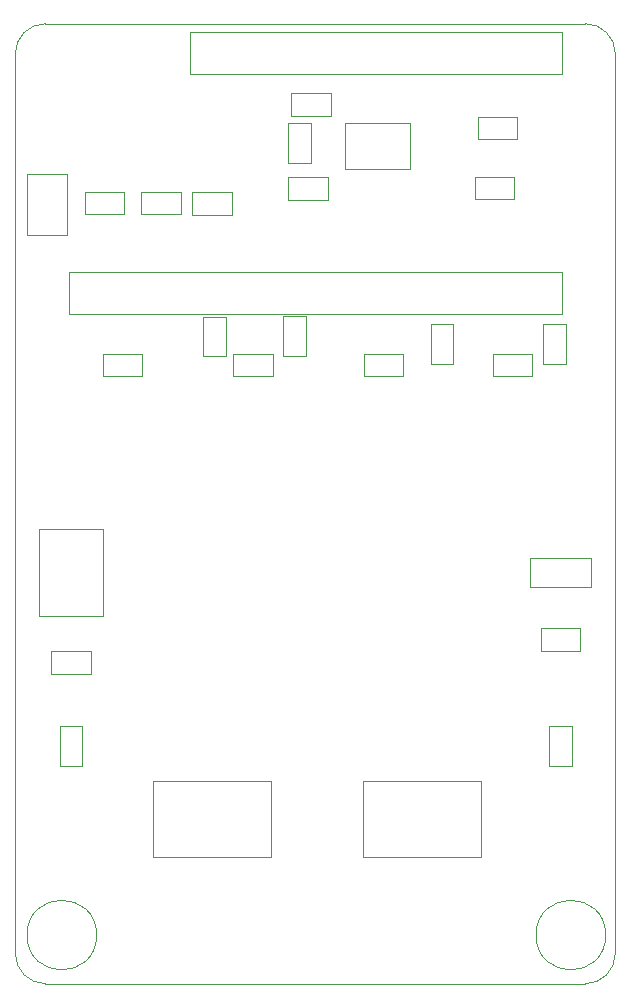
<source format=gbr>
%TF.GenerationSoftware,KiCad,Pcbnew,(6.0.0-0)*%
%TF.CreationDate,2022-02-15T20:26:30+01:00*%
%TF.ProjectId,burrboard,62757272-626f-4617-9264-2e6b69636164,v3.0*%
%TF.SameCoordinates,Original*%
%TF.FileFunction,Other,User*%
%FSLAX46Y46*%
G04 Gerber Fmt 4.6, Leading zero omitted, Abs format (unit mm)*
G04 Created by KiCad (PCBNEW (6.0.0-0)) date 2022-02-15 20:26:30*
%MOMM*%
%LPD*%
G01*
G04 APERTURE LIST*
%TA.AperFunction,Profile*%
%ADD10C,0.050000*%
%TD*%
%ADD11C,0.050000*%
G04 APERTURE END LIST*
D10*
X178892200Y-64566800D02*
X178892200Y-140766800D01*
X229692200Y-64566800D02*
G75*
G03*
X227152200Y-62026800I-2540001J-1D01*
G01*
X181432200Y-143306800D02*
X227152200Y-143306800D01*
X227152200Y-62026800D02*
X181432200Y-62026800D01*
X229692200Y-140766800D02*
X229692200Y-64566800D01*
X227152200Y-143306800D02*
G75*
G03*
X229692200Y-140766800I-1J2540001D01*
G01*
X178892200Y-140766800D02*
G75*
G03*
X181432200Y-143306800I2540001J1D01*
G01*
X181432200Y-62026800D02*
G75*
G03*
X178892200Y-64566800I1J-2540001D01*
G01*
D11*
%TO.C,S2*%
X218360000Y-126112200D02*
X208360000Y-126112200D01*
X218360000Y-126112200D02*
X218360000Y-132612200D01*
X218360000Y-132612200D02*
X208360000Y-132612200D01*
X208360000Y-126112200D02*
X208360000Y-132612200D01*
%TO.C,Q1*%
X222464000Y-109758800D02*
X227624000Y-109758800D01*
X222464000Y-107258800D02*
X222464000Y-109758800D01*
X227624000Y-107258800D02*
X227624000Y-109758800D01*
X222464000Y-107258800D02*
X227624000Y-107258800D01*
%TO.C,S1*%
X200580000Y-126112200D02*
X200580000Y-132612200D01*
X190580000Y-126112200D02*
X190580000Y-132612200D01*
X200580000Y-132612200D02*
X190580000Y-132612200D01*
X200580000Y-126112200D02*
X190580000Y-126112200D01*
%TO.C,J1*%
X183442200Y-83086800D02*
X225142200Y-83086800D01*
X225142200Y-83086800D02*
X225142200Y-86636800D01*
X225142200Y-86636800D02*
X183442200Y-86636800D01*
X183442200Y-86636800D02*
X183442200Y-83086800D01*
%TO.C,J2*%
X225142200Y-66316800D02*
X193642200Y-66316800D01*
X193642200Y-66316800D02*
X193642200Y-62766800D01*
X225142200Y-62766800D02*
X225142200Y-66316800D01*
X193642200Y-62766800D02*
X225142200Y-62766800D01*
%TO.C,D2*%
X200689000Y-91882000D02*
X197329000Y-91882000D01*
X197329000Y-91882000D02*
X197329000Y-89982000D01*
X200689000Y-89982000D02*
X200689000Y-91882000D01*
X197329000Y-89982000D02*
X200689000Y-89982000D01*
%TO.C,D4*%
X222660000Y-89982000D02*
X222660000Y-91882000D01*
X219300000Y-91882000D02*
X219300000Y-89982000D01*
X219300000Y-89982000D02*
X222660000Y-89982000D01*
X222660000Y-91882000D02*
X219300000Y-91882000D01*
%TO.C,R4*%
X184541200Y-124870000D02*
X182641200Y-124870000D01*
X184541200Y-121510000D02*
X184541200Y-124870000D01*
X182641200Y-124870000D02*
X182641200Y-121510000D01*
X182641200Y-121510000D02*
X184541200Y-121510000D01*
%TO.C,R8*%
X225486000Y-90834000D02*
X223586000Y-90834000D01*
X223586000Y-90834000D02*
X223586000Y-87474000D01*
X225486000Y-87474000D02*
X225486000Y-90834000D01*
X223586000Y-87474000D02*
X225486000Y-87474000D01*
%TO.C,R7*%
X203464200Y-86813600D02*
X203464200Y-90173600D01*
X203464200Y-90173600D02*
X201564200Y-90173600D01*
X201564200Y-86813600D02*
X203464200Y-86813600D01*
X201564200Y-90173600D02*
X201564200Y-86813600D01*
%TO.C,R1*%
X223364000Y-115130000D02*
X223364000Y-113230000D01*
X223364000Y-113230000D02*
X226724000Y-113230000D01*
X226724000Y-113230000D02*
X226724000Y-115130000D01*
X226724000Y-115130000D02*
X223364000Y-115130000D01*
%TO.C,R5*%
X225994000Y-121510000D02*
X225994000Y-124870000D01*
X224094000Y-121510000D02*
X225994000Y-121510000D01*
X224094000Y-124870000D02*
X224094000Y-121510000D01*
X225994000Y-124870000D02*
X224094000Y-124870000D01*
%TO.C,U1*%
X180891200Y-104808800D02*
X180891200Y-112208800D01*
X186291200Y-104808800D02*
X180891200Y-104808800D01*
X180891200Y-112208800D02*
X186291200Y-112208800D01*
X186291200Y-112208800D02*
X186291200Y-104808800D01*
%TO.C,C1*%
X181891200Y-115148800D02*
X185291200Y-115148800D01*
X181891200Y-117108800D02*
X181891200Y-115148800D01*
X185291200Y-117108800D02*
X181891200Y-117108800D01*
X185291200Y-115148800D02*
X185291200Y-117108800D01*
%TO.C,R6*%
X194807800Y-90199000D02*
X194807800Y-86839000D01*
X196707800Y-90199000D02*
X194807800Y-90199000D01*
X196707800Y-86839000D02*
X196707800Y-90199000D01*
X194807800Y-86839000D02*
X196707800Y-86839000D01*
%TO.C,D1*%
X186280000Y-91882000D02*
X186280000Y-89982000D01*
X189640000Y-89982000D02*
X189640000Y-91882000D01*
X186280000Y-89982000D02*
X189640000Y-89982000D01*
X189640000Y-91882000D02*
X186280000Y-91882000D01*
%TO.C,R2*%
X214086400Y-87474000D02*
X215986400Y-87474000D01*
X215986400Y-90834000D02*
X214086400Y-90834000D01*
X214086400Y-90834000D02*
X214086400Y-87474000D01*
X215986400Y-87474000D02*
X215986400Y-90834000D01*
%TO.C,D3*%
X208378000Y-89982000D02*
X211738000Y-89982000D01*
X211738000Y-91882000D02*
X208378000Y-91882000D01*
X208378000Y-91882000D02*
X208378000Y-89982000D01*
X211738000Y-89982000D02*
X211738000Y-91882000D01*
%TO.C,R9*%
X221390000Y-69916000D02*
X221390000Y-71816000D01*
X218030000Y-71816000D02*
X218030000Y-69916000D01*
X221390000Y-71816000D02*
X218030000Y-71816000D01*
X218030000Y-69916000D02*
X221390000Y-69916000D01*
%TO.C,R11*%
X189531200Y-76266000D02*
X192891200Y-76266000D01*
X192891200Y-76266000D02*
X192891200Y-78166000D01*
X189531200Y-78166000D02*
X189531200Y-76266000D01*
X192891200Y-78166000D02*
X189531200Y-78166000D01*
%TO.C,D5*%
X179890000Y-79895000D02*
X179890000Y-74745000D01*
X179890000Y-74745000D02*
X183230000Y-74745000D01*
X183230000Y-74745000D02*
X183230000Y-79895000D01*
X183230000Y-79895000D02*
X179890000Y-79895000D01*
%TO.C,R10*%
X184756000Y-78166000D02*
X184756000Y-76266000D01*
X184756000Y-76266000D02*
X188116000Y-76266000D01*
X188116000Y-76266000D02*
X188116000Y-78166000D01*
X188116000Y-78166000D02*
X184756000Y-78166000D01*
%TO.C,C5*%
X197280000Y-78240000D02*
X193880000Y-78240000D01*
X193880000Y-78240000D02*
X193880000Y-76280000D01*
X197280000Y-76280000D02*
X197280000Y-78240000D01*
X193880000Y-76280000D02*
X197280000Y-76280000D01*
%TO.C,REF\u002A\u002A*%
X185780000Y-139192000D02*
G75*
G03*
X185780000Y-139192000I-2950000J0D01*
G01*
%TO.C,U2*%
X206800000Y-74315000D02*
X206800000Y-70465000D01*
X206800000Y-70465000D02*
X212300000Y-70465000D01*
X212300000Y-74315000D02*
X206800000Y-74315000D01*
X212300000Y-70465000D02*
X212300000Y-74315000D01*
%TO.C,REF\u002A\u002A*%
X228880000Y-139192000D02*
G75*
G03*
X228880000Y-139192000I-2950000J0D01*
G01*
%TO.C,C2*%
X201966000Y-70436000D02*
X203926000Y-70436000D01*
X203926000Y-70436000D02*
X203926000Y-73836000D01*
X201966000Y-73836000D02*
X201966000Y-70436000D01*
X203926000Y-73836000D02*
X201966000Y-73836000D01*
%TO.C,C3*%
X205662000Y-69814000D02*
X202262000Y-69814000D01*
X202262000Y-67854000D02*
X205662000Y-67854000D01*
X205662000Y-67854000D02*
X205662000Y-69814000D01*
X202262000Y-69814000D02*
X202262000Y-67854000D01*
%TO.C,R3*%
X221136000Y-74996000D02*
X221136000Y-76896000D01*
X217776000Y-76896000D02*
X217776000Y-74996000D01*
X221136000Y-76896000D02*
X217776000Y-76896000D01*
X217776000Y-74996000D02*
X221136000Y-74996000D01*
%TO.C,C4*%
X205408000Y-74966000D02*
X205408000Y-76926000D01*
X202008000Y-74966000D02*
X205408000Y-74966000D01*
X202008000Y-76926000D02*
X202008000Y-74966000D01*
X205408000Y-76926000D02*
X202008000Y-76926000D01*
%TD*%
M02*

</source>
